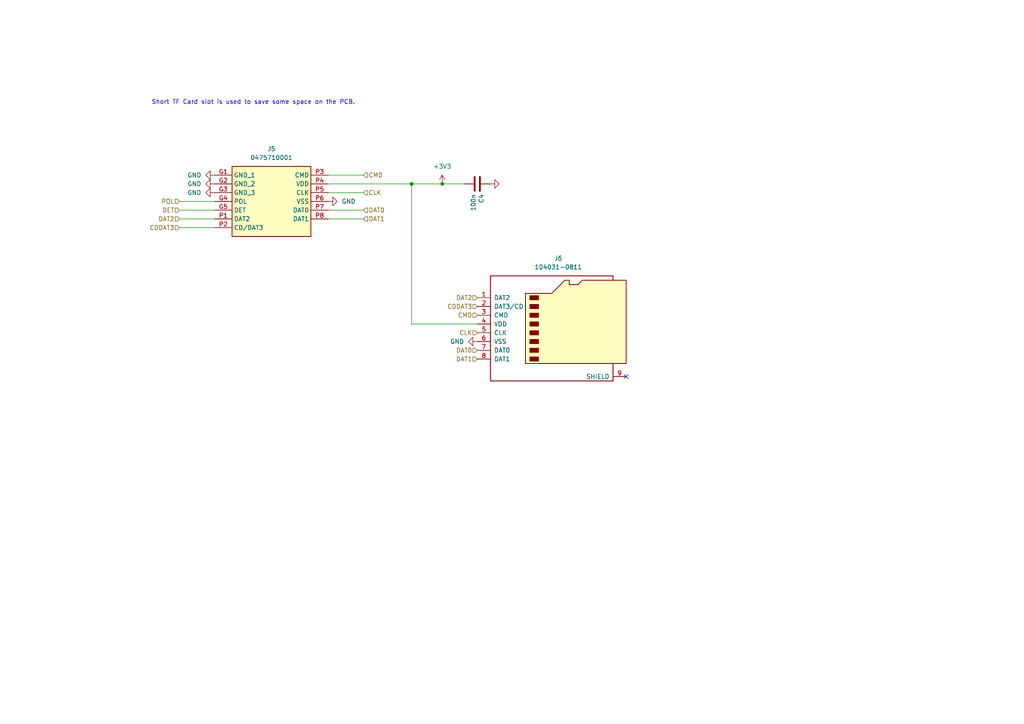
<source format=kicad_sch>
(kicad_sch (version 20250114) (generator "eeschema") (generator_version "9.0")
  (paper "A4")
  (title_block (title "FRANK M1") (date "2025-03-26") (rev "1.16") (company "Mikhail Matveev") (comment 1 "https://github.com/xtremespb/frank"))
  (lib_symbols
    (symbol "Connector:Micro_SD_Card" (pin_names (offset 1.016))
      (property "Reference" "J" (at -16.51 15.24 0))
      (property "Value" "Micro_SD_Card" (at 16.51 15.24 0))
      (symbol "Micro_SD_Card_0_1"
        (polyline (pts (xy -8.89 -11.43) (xy -8.89 8.89) (xy -1.27 8.89) (xy 2.54 12.7) (xy 3.81 12.7) (xy 3.81 11.43) (xy 6.35 11.43) (xy 7.62 12.7) (xy 20.32 12.7) (xy 20.32 -11.43) (xy -8.89 -11.43)) (stroke (width 0.254)) (fill (type background)))
        (rectangle (start -7.62 8.255) (end -5.08 6.985) (fill (type outline)))
        (rectangle (start -7.62 5.715) (end -5.08 4.445) (fill (type outline)))
        (rectangle (start -7.62 3.175) (end -5.08 1.905) (fill (type outline)))
        (rectangle (start -7.62 0.635) (end -5.08 -0.635) (fill (type outline)))
        (rectangle (start -7.62 -1.905) (end -5.08 -3.175) (fill (type outline)))
        (rectangle (start -7.62 -4.445) (end -5.08 -5.715) (fill (type outline)))
        (rectangle (start -7.62 -6.985) (end -5.08 -8.255) (fill (type outline)))
        (rectangle (start -7.62 -9.525) (end -5.08 -10.795) (fill (type outline)))
        (polyline (pts (xy 16.51 12.7) (xy 16.51 13.97) (xy -19.05 13.97) (xy -19.05 -16.51) (xy 16.51 -16.51) (xy 16.51 -11.43)) (stroke (width 0.254)))
      )
      (symbol "Micro_SD_Card_1_1"
        (pin bidirectional line (at -22.86 7.62 0) (length 3.81) (name "DAT2") (number "1"))
        (pin bidirectional line (at -22.86 5.08 0) (length 3.81) (name "DAT3/CD") (number "2"))
        (pin input line (at -22.86 2.54 0) (length 3.81) (name "CMD") (number "3"))
        (pin power_in line (at -22.86 0 0) (length 3.81) (name "VDD") (number "4"))
        (pin input line (at -22.86 -2.54 0) (length 3.81) (name "CLK") (number "5"))
        (pin power_in line (at -22.86 -5.08 0) (length 3.81) (name "VSS") (number "6"))
        (pin bidirectional line (at -22.86 -7.62 0) (length 3.81) (name "DAT0") (number "7"))
        (pin bidirectional line (at -22.86 -10.16 0) (length 3.81) (name "DAT1") (number "8"))
        (pin passive line (at 20.32 -15.24 180) (length 3.81) (name "SHIELD") (number "9"))
      )
    )
    (symbol "Device:C" (pin_numbers (hide yes)) (pin_names (offset 0.254))
      (property "Reference" "C" (at 0.635 2.54 0))
      (property "Value" "C" (at 0.635 -2.54 0))
      (symbol "C_0_1"
        (polyline (pts (xy -2.032 0.762) (xy 2.032 0.762)) (stroke (width 0.508)))
        (polyline (pts (xy -2.032 -0.762) (xy 2.032 -0.762)) (stroke (width 0.508)))
      )
      (symbol "C_1_1"
        (pin passive line (at 0 3.81 270) (length 2.794) (name "~") (number "1"))
        (pin passive line (at 0 -3.81 90) (length 2.794) (name "~") (number "2"))
      )
    )
    (symbol "FRANK:MicroSD_Short"
      (property "Reference" "SD1" (at 16.51 7.62 0))
      (property "Value" "MicroSD_Short" (at 16.51 5.08 0))
      (symbol "MicroSD_Short_1_1"
        (rectangle (start 5.08 2.54) (end 27.94 -17.78) (stroke (width 0.254)) (fill (type background)))
        (pin passive line (at 0 0 0) (length 5.08) (name "GND_1") (number "G1"))
        (pin passive line (at 0 -2.54 0) (length 5.08) (name "GND_2") (number "G2"))
        (pin passive line (at 0 -5.08 0) (length 5.08) (name "GND_3") (number "G3"))
        (pin passive line (at 0 -7.62 0) (length 5.08) (name "POL") (number "G4"))
        (pin passive line (at 0 -10.16 0) (length 5.08) (name "DET") (number "G5"))
        (pin passive line (at 0 -12.7 0) (length 5.08) (name "DAT2") (number "P1"))
        (pin passive line (at 0 -15.24 0) (length 5.08) (name "CD/DAT3") (number "P2"))
        (pin passive line (at 33.02 0 180) (length 5.08) (name "CMD") (number "P3"))
        (pin passive line (at 33.02 -2.54 180) (length 5.08) (name "VDD") (number "P4"))
        (pin passive line (at 33.02 -5.08 180) (length 5.08) (name "CLK") (number "P5"))
        (pin passive line (at 33.02 -7.62 180) (length 5.08) (name "VSS") (number "P6"))
        (pin passive line (at 33.02 -10.16 180) (length 5.08) (name "DAT0") (number "P7"))
        (pin passive line (at 33.02 -12.7 180) (length 5.08) (name "DAT1") (number "P8"))
      )
    )
    (symbol "GND_1" (power) (pin_numbers (hide yes)) (pin_names (offset 0) (hide yes))
      (property "Value" "GND" (at 0 -3.81 0))
      (symbol "GND_1_0_1"
        (polyline (pts (xy 0 0) (xy 0 -1.27) (xy 1.27 -1.27) (xy 0 -2.54) (xy -1.27 -1.27) (xy 0 -1.27)))
      )
      (symbol "GND_1_1_1"
        (pin power_in line (at 0 0 270) (length 0) (name "~") (number "1"))
      )
    )
    (symbol "power:+3V3" (power) (pin_numbers (hide yes)) (pin_names (offset 0) (hide yes))
      (property "Value" "+3V3" (at 0 3.556 0))
      (symbol "+3V3_0_1"
        (polyline (pts (xy -0.762 1.27) (xy 0 2.54)))
        (polyline (pts (xy 0 2.54) (xy 0.762 1.27)))
        (polyline (pts (xy 0 0) (xy 0 2.54)))
      )
      (symbol "+3V3_1_1"
        (pin power_in line (at 0 0 90) (length 0) (name "~") (number "1"))
      )
    )
    (symbol "power:GND" (power) (pin_numbers (hide yes)) (pin_names (offset 0) (hide yes))
      (property "Value" "GND" (at 0 -3.81 0))
      (symbol "GND_0_1"
        (polyline (pts (xy 0 0) (xy 0 -1.27) (xy 1.27 -1.27) (xy 0 -2.54) (xy -1.27 -1.27) (xy 0 -1.27)))
      )
      (symbol "GND_1_1"
        (pin power_in line (at 0 0 270) (length 0) (name "~") (number "1"))
      )
    )
  )
  (text "Short TF Card slot is used to save some space on the PCB." (at 43.942 29.718 0) (effects (font (size 1.27 1.27)) (justify left)))
  (junction (at 128.27 53.34))
  (junction (at 119.38 53.34))
  (no_connect (at 181.61 109.22))
  (wire (pts (xy 95.25 60.96) (xy 105.41 60.96)))
  (wire (pts (xy 119.38 93.98) (xy 119.38 53.34)))
  (wire (pts (xy 95.25 63.5) (xy 105.41 63.5)))
  (wire (pts (xy 52.07 66.04) (xy 62.23 66.04)))
  (wire (pts (xy 52.07 63.5) (xy 62.23 63.5)))
  (wire (pts (xy 95.25 50.8) (xy 105.41 50.8)))
  (wire (pts (xy 128.27 53.34) (xy 134.62 53.34)))
  (wire (pts (xy 95.25 55.88) (xy 105.41 55.88)))
  (wire (pts (xy 138.43 93.98) (xy 119.38 93.98)))
  (wire (pts (xy 52.07 58.42) (xy 62.23 58.42)))
  (wire (pts (xy 95.25 53.34) (xy 119.38 53.34)))
  (wire (pts (xy 119.38 53.34) (xy 128.27 53.34)))
  (wire (pts (xy 52.07 60.96) (xy 62.23 60.96)))
  (hierarchical_label "CLK" (shape input) (at 105.41 55.88 0))
  (hierarchical_label "DAT0" (shape input) (at 105.41 60.96 0))
  (hierarchical_label "CMD" (shape input) (at 138.43 91.44 180))
  (hierarchical_label "DAT1" (shape input) (at 105.41 63.5 0))
  (hierarchical_label "DAT2" (shape input) (at 138.43 86.36 180))
  (hierarchical_label "DET" (shape input) (at 52.07 60.96 180))
  (hierarchical_label "DAT0" (shape input) (at 138.43 101.6 180))
  (hierarchical_label "DAT1" (shape input) (at 138.43 104.14 180))
  (hierarchical_label "CDDAT3" (shape input) (at 138.43 88.9 180))
  (hierarchical_label "CDDAT3" (shape input) (at 52.07 66.04 180))
  (hierarchical_label "DAT2" (shape input) (at 52.07 63.5 180))
  (hierarchical_label "POL" (shape input) (at 52.07 58.42 180))
  (hierarchical_label "CLK" (shape input) (at 138.43 96.52 180))
  (hierarchical_label "CMD" (shape input) (at 105.41 50.8 0))
  (symbol (lib_id "Device:C") (at 138.43 53.34 270) (unit 1)
    (property "Reference" "C4" (at 139.5984 56.261 0) (effects (justify left)))
    (property "Value" "100n" (at 137.287 56.261 0) (effects (justify left)))
    (property "Footprint" "FRANK:Capacitor (0805)" (effects (hide yes)))
    (property "Datasheet" "https://eu.mouser.com/datasheet/2/40/KGM_X7R-3223212.pdf" (effects (hide yes)))
    (property "AliExpress" "https://www.aliexpress.com/item/33008008276.html" (effects (hide yes)))
  )
  (symbol (lib_id "power:+3V3") (at 128.27 53.34 0) (unit 1)
    (property "Reference" "#PWR027" (effects (hide yes)))
    (property "Value" "+3V3" (at 128.27 48.26 0))
    (property "Description" "Power symbol creates a global label with name \"+3V3\"" (effects (hide yes)))
  )
  (symbol (lib_id "power:GND") (at 142.24 53.34 90) (unit 1)
    (property "Reference" "#PWR028" (effects (hide yes)))
    (property "Value" "GND" (effects (hide yes)))
    (property "Description" "Power symbol creates a global label with name \"GND\" , ground" (effects (hide yes)))
  )
  (symbol (lib_name "GND_1") (lib_id "power:GND") (at 62.23 53.34 270) (unit 1)
    (property "Reference" "#PWR026" (effects (hide yes)))
    (property "Value" "GND" (at 58.42 53.3399 90) (effects (justify right)))
    (property "Description" "Power symbol creates a global label with name \"GND\" , ground" (effects (hide yes)))
  )
  (symbol (lib_id "FRANK:MicroSD_Short") (at 62.23 50.8 0) (unit 1)
    (property "Reference" "J5" (at 78.74 43.18 0))
    (property "Value" "0475710001" (at 78.74 45.72 0))
    (property "Footprint" "FRANK:MicroSD (SMD, short)" (effects (hide yes)))
    (property "Datasheet" "https://componentsearchengine.com/Datasheets/2/47571-0001.pdf" (effects (hide yes)))
    (property "Description" "Memory Card Connectors ASSY FOR TFR HEADER HEADER W/DETECT PIN" (effects (hide yes)))
    (property "Height" "2.3" (effects (hide yes)))
    (property "Mouser Part Number" "538-47571-0001" (effects (hide yes)))
    (property "Mouser Price/Stock" "https://www.mouser.co.uk/ProductDetail/Molex/47571-0001?qs=qM7ngqbhX5UTJOg9nqKLJQ%3D%3D" (effects (hide yes)))
    (property "Manufacturer_Name" "Molex" (effects (hide yes)))
    (property "Manufacturer_Part_Number" "47571-0001" (effects (hide yes)))
    (property "AliExpress" "https://www.aliexpress.com/item/1005005302426366.html" (effects (hide yes)))
  )
  (symbol (lib_name "GND_1") (lib_id "power:GND") (at 95.25 58.42 90) (unit 1)
    (property "Reference" "#PWR030" (effects (hide yes)))
    (property "Value" "GND" (at 99.06 58.4199 90) (effects (justify right)))
    (property "Description" "Power symbol creates a global label with name \"GND\" , ground" (effects (hide yes)))
  )
  (symbol (lib_id "power:GND") (at 138.43 99.06 270) (unit 1)
    (property "Reference" "#PWR031" (effects (hide yes)))
    (property "Value" "GND" (at 134.62 99.0599 90) (effects (justify right)))
  )
  (symbol (lib_id "Connector:Micro_SD_Card") (at 161.29 93.98 0) (unit 1)
    (property "Reference" "J6" (at 161.925 74.93 0))
    (property "Value" "104031-0811" (at 161.925 77.47 0))
    (property "Footprint" "FRANK:MicroSD (SMD, long)" (effects (hide yes)))
    (property "Datasheet" "https://www.we-online.com/components/products/datasheet/693072010801.pdf" (effects (hide yes)))
    (property "Description" "Micro SD Card Socket" (effects (hide yes)))
    (property "AliExpress" "https://www.aliexpress.com/item/1005004214252441.html" (effects (hide yes)))
  )
  (symbol (lib_name "GND_1") (lib_id "power:GND") (at 62.23 55.88 270) (unit 1)
    (property "Reference" "#PWR029" (effects (hide yes)))
    (property "Value" "GND" (at 58.42 55.8799 90) (effects (justify right)))
    (property "Description" "Power symbol creates a global label with name \"GND\" , ground" (effects (hide yes)))
  )
  (symbol (lib_name "GND_1") (lib_id "power:GND") (at 62.23 50.8 270) (unit 1)
    (property "Reference" "#PWR025" (effects (hide yes)))
    (property "Value" "GND" (at 58.42 50.7999 90) (effects (justify right)))
    (property "Description" "Power symbol creates a global label with name \"GND\" , ground" (effects (hide yes)))
  )
)
</source>
